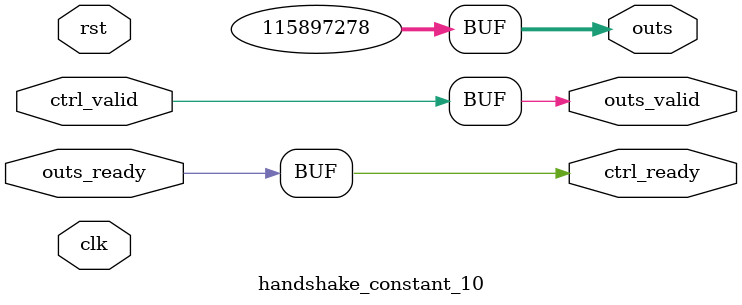
<source format=v>
`timescale 1ns / 1ps
module handshake_constant_10 #(
  parameter DATA_WIDTH = 32  // Default set to 32 bits
) (
  input                       clk,
  input                       rst,
  // Input Channel
  input                       ctrl_valid,
  output                      ctrl_ready,
  // Output Channel
  output [DATA_WIDTH - 1 : 0] outs,
  output                      outs_valid,
  input                       outs_ready
);
  assign outs       = 27'b110111010000111001110111110;
  assign outs_valid = ctrl_valid;
  assign ctrl_ready = outs_ready;

endmodule

</source>
